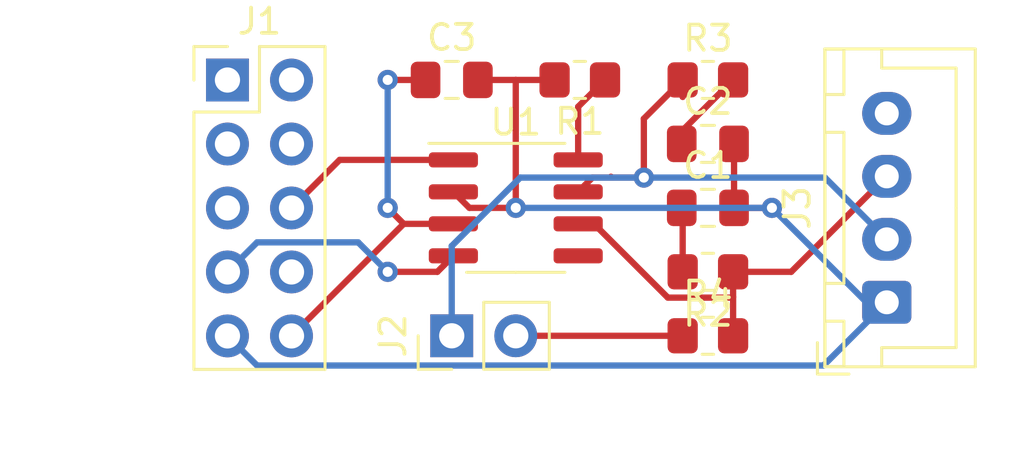
<source format=kicad_pcb>
(kicad_pcb (version 20211014) (generator pcbnew)
  (layers (0 "F.Cu" signal) (31 "B.Cu" signal) (34 "B.Paste" user) (35 "F.Paste" user) (36 "B.SilkS" user "B.Silkscreen") (37 "F.SilkS" user "F.Silkscreen") (38 "B.Mask" user) (39 "F.Mask" user) (44 "Edge.Cuts" user))
  (net 0 "")
  (net 1 "Net-(C1-Pad1)")
  (net 2 "GND")
  (net 3 "Net-(C2-Pad1)")
  (net 4 "+5v")
  (net 10 "PB9")
  (net 11 "PB8")
  (net 13 "CAN_H")
  (net 14 "Net-(J2-Pad2)")
  (net 15 "CAN_L")
  (net 17 "Net-(R1-Pad1)")
  (footprint "Connector_PinHeader_2.54mm:PinHeader_1x02_P2.54mm_Vertical" (layer "F.Cu") (at 106.68 73.66 90)
    (fp_text reference "J2" (at 0 -2.33 90) (layer "F.SilkS"))
    (fp_text value "Conn_01x02")
    (fp_line (start -1.33 -1.33) (end 0 -1.33) (layer "F.SilkS") (width 0.12))
    (fp_line (start -1.33 1.27) (end 1.33 1.27) (layer "F.SilkS") (width 0.12))
    (fp_line (start 1.33 1.27) (end 1.33 3.87) (layer "F.SilkS") (width 0.12))
    (fp_line (start -1.33 1.27) (end -1.33 3.87) (layer "F.SilkS") (width 0.12))
    (fp_line (start -1.33 0) (end -1.33 -1.33) (layer "F.SilkS") (width 0.12))
    (fp_line (start -1.33 3.87) (end 1.33 3.87) (layer "F.SilkS") (width 0.12))
    (pad "1" thru_hole rect (at 0 0 90) (size 1.7 1.7) (drill 1) (layers *.Cu *.Mask) (net 13 "CAN_H"))
    (pad "2" thru_hole oval (at 0 2.54 90) (size 1.7 1.7) (drill 1) (layers *.Cu *.Mask) (net 14 "Net-(J2-Pad2)"))
  )
  (footprint "Resistor_SMD:R_0805_2012Metric_Pad1.20x1.40mm_HandSolder" (layer "F.Cu") (at 116.84 63.5)
    (fp_text reference "R3" (at 0 -1.65) (layer "F.SilkS"))
    (fp_text value "100R")
    (fp_line (start -0.227064 -0.735) (end 0.227064 -0.735) (layer "F.SilkS") (width 0.12))
    (fp_line (start -0.227064 0.735) (end 0.227064 0.735) (layer "F.SilkS") (width 0.12))
    (pad "1" smd roundrect (at -1 0) (size 1.2 1.4) (layers "F.Cu" "F.Paste" "F.Mask") (roundrect_rratio 0.208333) (net 13 "CAN_H"))
    (pad "2" smd roundrect (at 1 0) (size 1.2 1.4) (layers "F.Cu" "F.Paste" "F.Mask") (roundrect_rratio 0.208333) (net 3 "Net-(C2-Pad1)"))
  )
  (footprint "Resistor_SMD:R_0805_2012Metric_Pad1.20x1.40mm_HandSolder" (layer "F.Cu") (at 111.76 63.5 180)
    (fp_text reference "R1" (at 0 -1.65) (layer "F.SilkS"))
    (fp_text value "4k7")
    (fp_line (start -0.227064 -0.735) (end 0.227064 -0.735) (layer "F.SilkS") (width 0.12))
    (fp_line (start -0.227064 0.735) (end 0.227064 0.735) (layer "F.SilkS") (width 0.12))
    (pad "1" smd roundrect (at -1 0 180) (size 1.2 1.4) (layers "F.Cu" "F.Paste" "F.Mask") (roundrect_rratio 0.208333) (net 17 "Net-(R1-Pad1)"))
    (pad "2" smd roundrect (at 1 0 180) (size 1.2 1.4) (layers "F.Cu" "F.Paste" "F.Mask") (roundrect_rratio 0.208333) (net 2 "GND"))
  )
  (footprint "Package_SO:SOIC-8_3.9x4.9mm_P1.27mm" (layer "F.Cu") (at 109.22 68.58)
    (fp_text reference "U1" (at 0 -3.4) (layer "F.SilkS"))
    (fp_text value "MCP2551-I-SN")
    (fp_line (start 0 2.56) (end -1.95 2.56) (layer "F.SilkS") (width 0.12))
    (fp_line (start 0 -2.56) (end 1.95 -2.56) (layer "F.SilkS") (width 0.12))
    (fp_line (start 0 2.56) (end 1.95 2.56) (layer "F.SilkS") (width 0.12))
    (fp_line (start 0 -2.56) (end -3.45 -2.56) (layer "F.SilkS") (width 0.12))
    (pad "1" smd roundrect (at -2.475 -1.905) (size 1.95 0.6) (layers "F.Cu" "F.Paste" "F.Mask") (net 10 "PB9"))
    (pad "2" smd roundrect (at -2.475 -0.635) (size 1.95 0.6) (layers "F.Cu" "F.Paste" "F.Mask") (net 2 "GND"))
    (pad "3" smd roundrect (at -2.475 0.635) (size 1.95 0.6) (layers "F.Cu" "F.Paste" "F.Mask") (net 4 "+5v"))
    (pad "4" smd roundrect (at -2.475 1.905) (size 1.95 0.6) (layers "F.Cu" "F.Paste" "F.Mask") (net 11 "PB8"))
    (pad "5" smd roundrect (at 2.475 1.905) (size 1.95 0.6) (layers "F.Cu" "F.Paste" "F.Mask"))
    (pad "6" smd roundrect (at 2.475 0.635) (size 1.95 0.6) (layers "F.Cu" "F.Paste" "F.Mask") (net 15 "CAN_L"))
    (pad "7" smd roundrect (at 2.475 -0.635) (size 1.95 0.6) (layers "F.Cu" "F.Paste" "F.Mask") (net 13 "CAN_H"))
    (pad "8" smd roundrect (at 2.475 -1.905) (size 1.95 0.6) (layers "F.Cu" "F.Paste" "F.Mask") (net 17 "Net-(R1-Pad1)"))
  )
  (footprint "Capacitor_SMD:C_0805_2012Metric_Pad1.18x1.45mm_HandSolder" (layer "F.Cu") (at 116.84 66.04)
    (fp_text reference "C2" (at 0 -1.68) (layer "F.SilkS"))
    (fp_text value "560pF")
    (fp_line (start -0.261252 0.735) (end 0.261252 0.735) (layer "F.SilkS") (width 0.12))
    (fp_line (start -0.261252 -0.735) (end 0.261252 -0.735) (layer "F.SilkS") (width 0.12))
    (pad "1" smd roundrect (at -1.0375 0) (size 1.175 1.45) (layers "F.Cu" "F.Paste" "F.Mask") (roundrect_rratio 0.212766) (net 3 "Net-(C2-Pad1)"))
    (pad "2" smd roundrect (at 1.0375 0) (size 1.175 1.45) (layers "F.Cu" "F.Paste" "F.Mask") (roundrect_rratio 0.212766) (net 2 "GND"))
  )
  (footprint "Resistor_SMD:R_0805_2012Metric_Pad1.20x1.40mm_HandSolder" (layer "F.Cu") (at 116.84 73.66)
    (fp_text reference "R4" (at 0 -1.65) (layer "F.SilkS"))
    (fp_text value "120R")
    (fp_line (start -0.227064 0.735) (end 0.227064 0.735) (layer "F.SilkS") (width 0.12))
    (fp_line (start -0.227064 -0.735) (end 0.227064 -0.735) (layer "F.SilkS") (width 0.12))
    (pad "1" smd roundrect (at -1 0) (size 1.2 1.4) (layers "F.Cu" "F.Paste" "F.Mask") (roundrect_rratio 0.208333) (net 14 "Net-(J2-Pad2)"))
    (pad "2" smd roundrect (at 1 0) (size 1.2 1.4) (layers "F.Cu" "F.Paste" "F.Mask") (roundrect_rratio 0.208333) (net 15 "CAN_L"))
  )
  (footprint "Capacitor_SMD:C_0805_2012Metric_Pad1.18x1.45mm_HandSolder" (layer "F.Cu") (at 116.84 68.58)
    (fp_text reference "C1" (at 0 -1.68) (layer "F.SilkS"))
    (fp_text value "560pF")
    (fp_line (start -0.261252 0.735) (end 0.261252 0.735) (layer "F.SilkS") (width 0.12))
    (fp_line (start -0.261252 -0.735) (end 0.261252 -0.735) (layer "F.SilkS") (width 0.12))
    (pad "1" smd roundrect (at -1.0375 0) (size 1.175 1.45) (layers "F.Cu" "F.Paste" "F.Mask") (roundrect_rratio 0.212766) (net 1 "Net-(C1-Pad1)"))
    (pad "2" smd roundrect (at 1.0375 0) (size 1.175 1.45) (layers "F.Cu" "F.Paste" "F.Mask") (roundrect_rratio 0.212766) (net 2 "GND"))
  )
  (footprint "Resistor_SMD:R_0805_2012Metric_Pad1.20x1.40mm_HandSolder" (layer "F.Cu") (at 116.84 71.12 180)
    (fp_text reference "R2" (at 0 -1.65) (layer "F.SilkS"))
    (fp_text value "100R")
    (fp_line (start -0.227064 -0.735) (end 0.227064 -0.735) (layer "F.SilkS") (width 0.12))
    (fp_line (start -0.227064 0.735) (end 0.227064 0.735) (layer "F.SilkS") (width 0.12))
    (pad "1" smd roundrect (at -1 0 180) (size 1.2 1.4) (layers "F.Cu" "F.Paste" "F.Mask") (roundrect_rratio 0.208333) (net 15 "CAN_L"))
    (pad "2" smd roundrect (at 1 0 180) (size 1.2 1.4) (layers "F.Cu" "F.Paste" "F.Mask") (roundrect_rratio 0.208333) (net 1 "Net-(C1-Pad1)"))
  )
  (footprint "Connector_PinHeader_2.54mm:PinHeader_2x05_P2.54mm_Vertical" (layer "F.Cu") (at 97.785 63.505)
    (fp_text reference "J1" (at 1.27 -2.33) (layer "F.SilkS"))
    (fp_text value "SFH11-PBPC-D05-ST-BK")
    (fp_line (start -1.33 1.27) (end -1.33 11.49) (layer "F.SilkS") (width 0.12))
    (fp_line (start -1.33 0) (end -1.33 -1.33) (layer "F.SilkS") (width 0.12))
    (fp_line (start 3.87 -1.33) (end 3.87 11.49) (layer "F.SilkS") (width 0.12))
    (fp_line (start 1.27 -1.33) (end 3.87 -1.33) (layer "F.SilkS") (width 0.12))
    (fp_line (start -1.33 11.49) (end 3.87 11.49) (layer "F.SilkS") (width 0.12))
    (fp_line (start 1.27 1.27) (end 1.27 -1.33) (layer "F.SilkS") (width 0.12))
    (fp_line (start -1.33 1.27) (end 1.27 1.27) (layer "F.SilkS") (width 0.12))
    (fp_line (start -1.33 -1.33) (end 0 -1.33) (layer "F.SilkS") (width 0.12))
    (pad "1" thru_hole rect (at 0 0) (size 1.7 1.7) (drill 1) (layers *.Cu *.Mask))
    (pad "2" thru_hole oval (at 2.54 0) (size 1.7 1.7) (drill 1) (layers *.Cu *.Mask))
    (pad "3" thru_hole oval (at 0 2.54) (size 1.7 1.7) (drill 1) (layers *.Cu *.Mask))
    (pad "4" thru_hole oval (at 2.54 2.54) (size 1.7 1.7) (drill 1) (layers *.Cu *.Mask))
    (pad "5" thru_hole oval (at 0 5.08) (size 1.7 1.7) (drill 1) (layers *.Cu *.Mask))
    (pad "6" thru_hole oval (at 2.54 5.08) (size 1.7 1.7) (drill 1) (layers *.Cu *.Mask) (net 10 "PB9"))
    (pad "7" thru_hole oval (at 0 7.62) (size 1.7 1.7) (drill 1) (layers *.Cu *.Mask) (net 11 "PB8"))
    (pad "8" thru_hole oval (at 2.54 7.62) (size 1.7 1.7) (drill 1) (layers *.Cu *.Mask))
    (pad "9" thru_hole oval (at 0 10.16) (size 1.7 1.7) (drill 1) (layers *.Cu *.Mask) (net 2 "GND"))
    (pad "10" thru_hole oval (at 2.54 10.16) (size 1.7 1.7) (drill 1) (layers *.Cu *.Mask) (net 4 "+5v"))
  )
  (footprint "Connector_JST:JST_XH_B4B-XH-A_1x04_P2.50mm_Vertical" (layer "F.Cu") (at 123.935 72.33 90)
    (fp_text reference "J3" (at 3.75 -3.55 90) (layer "F.SilkS"))
    (fp_text value "Conn_01x04 JST_XH")
    (fp_line (start -2.55 -0.2) (end -1.8 -0.2) (layer "F.SilkS") (width 0.12))
    (fp_line (start -1.6 -2.75) (end -2.85 -2.75) (layer "F.SilkS") (width 0.12))
    (fp_line (start -2.56 3.51) (end 10.06 3.51) (layer "F.SilkS") (width 0.12))
    (fp_line (start 10.06 3.51) (end 10.06 -2.46) (layer "F.SilkS") (width 0.12))
    (fp_line (start 9.3 2.75) (end 3.75 2.75) (layer "F.SilkS") (width 0.12))
    (fp_line (start 10.06 -2.46) (end -2.56 -2.46) (layer "F.SilkS") (width 0.12))
    (fp_line (start -2.55 -2.45) (end -2.55 -1.7) (layer "F.SilkS") (width 0.12))
    (fp_line (start -0.75 -2.45) (end -2.55 -2.45) (layer "F.SilkS") (width 0.12))
    (fp_line (start -2.85 -2.75) (end -2.85 -1.5) (layer "F.SilkS") (width 0.12))
    (fp_line (start 10.05 -0.2) (end 9.3 -0.2) (layer "F.SilkS") (width 0.12))
    (fp_line (start 6.75 -1.7) (end 6.75 -2.45) (layer "F.SilkS") (width 0.12))
    (fp_line (start 0.75 -1.7) (end 6.75 -1.7) (layer "F.SilkS") (width 0.12))
    (fp_line (start -1.8 -0.2) (end -1.8 2.75) (layer "F.SilkS") (width 0.12))
    (fp_line (start 9.3 -0.2) (end 9.3 2.75) (layer "F.SilkS") (width 0.12))
    (fp_line (start -2.55 -1.7) (end -0.75 -1.7) (layer "F.SilkS") (width 0.12))
    (fp_line (start 10.05 -2.45) (end 8.25 -2.45) (layer "F.SilkS") (width 0.12))
    (fp_line (start 6.75 -2.45) (end 0.75 -2.45) (layer "F.SilkS") (width 0.12))
    (fp_line (start -2.56 -2.46) (end -2.56 3.51) (layer "F.SilkS") (width 0.12))
    (fp_line (start 8.25 -2.45) (end 8.25 -1.7) (layer "F.SilkS") (width 0.12))
    (fp_line (start -0.75 -1.7) (end -0.75 -2.45) (layer "F.SilkS") (width 0.12))
    (fp_line (start -1.8 2.75) (end 3.75 2.75) (layer "F.SilkS") (width 0.12))
    (fp_line (start 8.25 -1.7) (end 10.05 -1.7) (layer "F.SilkS") (width 0.12))
    (fp_line (start 10.05 -1.7) (end 10.05 -2.45) (layer "F.SilkS") (width 0.12))
    (fp_line (start 0.75 -2.45) (end 0.75 -1.7) (layer "F.SilkS") (width 0.12))
    (pad "1" thru_hole roundrect (at 0 0 90) (size 1.7 1.95) (drill 0.95) (layers *.Cu *.Mask) (roundrect_rratio 0.147059) (net 2 "GND"))
    (pad "2" thru_hole oval (at 2.5 0 90) (size 1.7 1.95) (drill 0.95) (layers *.Cu *.Mask) (net 13 "CAN_H"))
    (pad "3" thru_hole oval (at 5 0 90) (size 1.7 1.95) (drill 0.95) (layers *.Cu *.Mask) (net 15 "CAN_L"))
    (pad "4" thru_hole oval (at 7.5 0 90) (size 1.7 1.95) (drill 0.95) (layers *.Cu *.Mask))
  )
  (footprint "Capacitor_SMD:C_0805_2012Metric_Pad1.18x1.45mm_HandSolder" (layer "F.Cu") (at 106.68 63.5)
    (fp_text reference "C3" (at 0 -1.68) (layer "F.SilkS"))
    (fp_text value "0.1pF")
    (fp_line (start -0.261252 -0.735) (end 0.261252 -0.735) (layer "F.SilkS") (width 0.12))
    (fp_line (start -0.261252 0.735) (end 0.261252 0.735) (layer "F.SilkS") (width 0.12))
    (pad "1" smd roundrect (at -1.0375 0) (size 1.175 1.45) (layers "F.Cu" "F.Paste" "F.Mask") (roundrect_rratio 0.212766) (net 4 "+5v"))
    (pad "2" smd roundrect (at 1.0375 0) (size 1.175 1.45) (layers "F.Cu" "F.Paste" "F.Mask") (roundrect_rratio 0.212766) (net 2 "GND"))
  )
  (segment (start 115.84 68.6175) (end 115.84 71.12) (width 0.25) (layer "F.Cu") (net 1))
  (segment (start 115.8025 68.58) (end 115.84 68.6175) (width 0.25) (layer "F.Cu") (net 1))
  (segment (start 106.745 67.945) (end 107.121751 67.945) (width 0.25) (layer "F.Cu") (net 2))
  (segment (start 106.745 67.945) (end 107.38 68.58) (width 0.25) (layer "F.Cu") (net 2))
  (segment (start 117.8775 68.58) (end 119.38 68.58) (width 0.25) (layer "F.Cu") (net 2))
  (segment (start 107.38 68.58) (end 109.22 68.58) (width 0.25) (layer "F.Cu") (net 2))
  (segment (start 107.7175 63.5) (end 109.22 63.5) (width 0.25) (layer "F.Cu") (net 2))
  (segment (start 117.8775 66.04) (end 117.8775 68.58) (width 0.25) (layer "F.Cu") (net 2))
  (segment (start 109.22 68.58) (end 109.22 63.5) (width 0.25) (layer "F.Cu") (net 2))
  (segment (start 109.22 63.5) (end 110.76 63.5) (width 0.25) (layer "F.Cu") (net 2))
  (via (at 119.38 68.58) (size 0.8) (drill 0.4) (layers "F.Cu" "B.Cu") (net 2))
  (via (at 109.22 68.58) (size 0.8) (drill 0.4) (layers "F.Cu" "B.Cu") (net 2))
  (segment (start 97.785 73.665) (end 98.96 74.84) (width 0.25) (layer "B.Cu") (net 2))
  (segment (start 123.13 72.33) (end 123.935 72.33) (width 0.25) (layer "B.Cu") (net 2))
  (segment (start 123.260722 71.655722) (end 123.935 72.33) (width 0.25) (layer "B.Cu") (net 2))
  (segment (start 119.38 68.58) (end 123.13 72.33) (width 0.25) (layer "B.Cu") (net 2))
  (segment (start 121.425 74.84) (end 123.935 72.33) (width 0.25) (layer "B.Cu") (net 2))
  (segment (start 109.22 68.58) (end 119.38 68.58) (width 0.25) (layer "B.Cu") (net 2))
  (segment (start 98.96 74.84) (end 121.425 74.84) (width 0.25) (layer "B.Cu") (net 2))
  (segment (start 115.8025 65.5375) (end 115.8025 66.04) (width 0.25) (layer "F.Cu") (net 3))
  (segment (start 117.84 63.5) (end 115.8025 65.5375) (width 0.25) (layer "F.Cu") (net 3))
  (segment (start 105.6425 63.5) (end 104.14 63.5) (width 0.25) (layer "F.Cu") (net 4))
  (segment (start 100.325 73.665) (end 104.775 69.215) (width 0.25) (layer "F.Cu") (net 4))
  (segment (start 104.775 69.215) (end 106.745 69.215) (width 0.25) (layer "F.Cu") (net 4))
  (segment (start 104.14 68.58) (end 104.775 69.215) (width 0.25) (layer "F.Cu") (net 4))
  (via (at 104.14 68.58) (size 0.8) (drill 0.4) (layers "F.Cu" "B.Cu") (net 4))
  (via (at 104.14 63.5) (size 0.8) (drill 0.4) (layers "F.Cu" "B.Cu") (net 4))
  (segment (start 104.14 63.5) (end 104.14 68.58) (width 0.25) (layer "B.Cu") (net 4))
  (segment (start 102.235 66.675) (end 106.745 66.675) (width 0.25) (layer "F.Cu") (net 10))
  (segment (start 106.745 66.675) (end 106.7 66.63) (width 0.25) (layer "F.Cu") (net 10))
  (segment (start 100.325 68.585) (end 102.235 66.675) (width 0.25) (layer "F.Cu") (net 10))
  (segment (start 106.745 70.485) (end 106.11 71.12) (width 0.25) (layer "F.Cu") (net 11))
  (segment (start 106.11 71.12) (end 104.14 71.12) (width 0.25) (layer "F.Cu") (net 11))
  (via (at 104.14 71.12) (size 0.8) (drill 0.4) (layers "F.Cu" "B.Cu") (net 11))
  (segment (start 98.96 69.95) (end 97.785 71.125) (width 0.25) (layer "B.Cu") (net 11))
  (segment (start 102.97 69.95) (end 98.96 69.95) (width 0.25) (layer "B.Cu") (net 11))
  (segment (start 104.14 71.12) (end 102.97 69.95) (width 0.25) (layer "B.Cu") (net 11))
  (segment (start 111.695 67.945) (end 111.318249 67.945) (width 0.25) (layer "F.Cu") (net 13))
  (segment (start 115.84 63.5) (end 114.3 65.04) (width 0.25) (layer "F.Cu") (net 13))
  (segment (start 115.84 63.5) (end 115.84 64.176751) (width 0.25) (layer "F.Cu") (net 13))
  (segment (start 112.26162 67.37838) (end 114.3 67.37838) (width 0.25) (layer "F.Cu") (net 13))
  (segment (start 112.995 67.345) (end 112.995 67.347889) (width 0.25) (layer "F.Cu") (net 13))
  (segment (start 112.995 67.347889) (end 113.025491 67.37838) (width 0.25) (layer "F.Cu") (net 13))
  (segment (start 111.695 67.945) (end 112.26162 67.37838) (width 0.25) (layer "F.Cu") (net 13))
  (segment (start 112.395 67.945) (end 111.695 67.945) (width 0.25) (layer "F.Cu") (net 13))
  (segment (start 114.3 65.04) (end 114.3 67.37838) (width 0.25) (layer "F.Cu") (net 13))
  (via (at 114.3 67.37838) (size 0.8) (drill 0.4) (layers "F.Cu" "B.Cu") (net 13))
  (segment (start 106.68 70.094695) (end 106.68 73.66) (width 0.25) (layer "B.Cu") (net 13))
  (segment (start 121.48338 67.37838) (end 114.3 67.37838) (width 0.25) (layer "B.Cu") (net 13))
  (segment (start 109.396315 67.37838) (end 106.68 70.094695) (width 0.25) (layer "B.Cu") (net 13))
  (segment (start 114.3 67.37838) (end 109.396315 67.37838) (width 0.25) (layer "B.Cu") (net 13))
  (segment (start 121.48338 67.37838) (end 123.935 69.83) (width 0.25) (layer "B.Cu") (net 13))
  (segment (start 109.22 73.66) (end 115.84 73.66) (width 0.25) (layer "F.Cu") (net 14))
  (segment (start 117.815 72.145) (end 117.84 72.12) (width 0.25) (layer "F.Cu") (net 15))
  (segment (start 120.145 71.12) (end 123.935 67.33) (width 0.25) (layer "F.Cu") (net 15))
  (segment (start 115.251827 72.145) (end 117.815 72.145) (width 0.25) (layer "F.Cu") (net 15))
  (segment (start 117.84 71.12) (end 120.145 71.12) (width 0.25) (layer "F.Cu") (net 15))
  (segment (start 112.395 69.288173) (end 115.251827 72.145) (width 0.25) (layer "F.Cu") (net 15))
  (segment (start 112.395 69.215) (end 112.395 69.288173) (width 0.25) (layer "F.Cu") (net 15))
  (segment (start 117.84 73.66) (end 117.84 71.12) (width 0.25) (layer "F.Cu") (net 15))
  (segment (start 111.695 69.215) (end 112.395 69.215) (width 0.25) (layer "F.Cu") (net 15))
  (segment (start 111.695 64.565) (end 111.695 66.675) (width 0.25) (layer "F.Cu") (net 17))
  (segment (start 112.76 63.5) (end 111.695 64.565) (width 0.25) (layer "F.Cu") (net 17))
)
</source>
